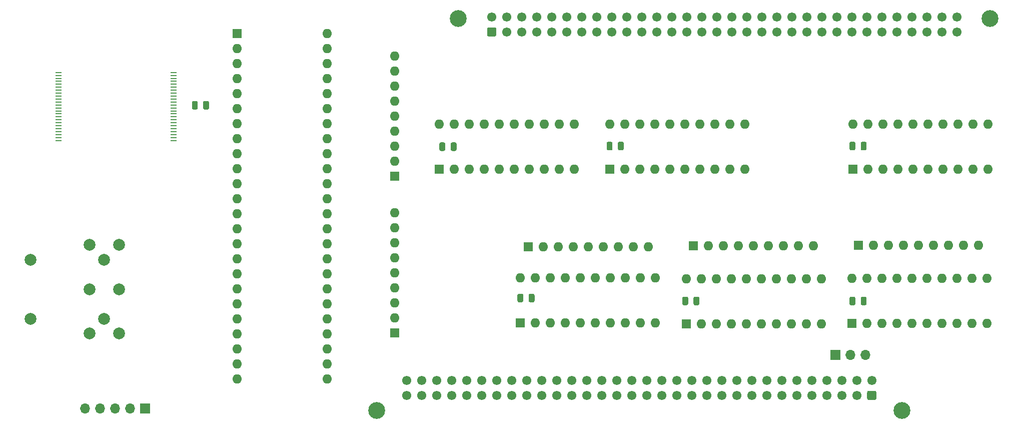
<source format=gbr>
%TF.GenerationSoftware,KiCad,Pcbnew,(5.1.7)-1*%
%TF.CreationDate,2021-09-17T17:18:02+01:00*%
%TF.ProjectId,Apricot-Expansion-RAM,41707269-636f-4742-9d45-7870616e7369,rev?*%
%TF.SameCoordinates,Original*%
%TF.FileFunction,Soldermask,Bot*%
%TF.FilePolarity,Negative*%
%FSLAX46Y46*%
G04 Gerber Fmt 4.6, Leading zero omitted, Abs format (unit mm)*
G04 Created by KiCad (PCBNEW (5.1.7)-1) date 2021-09-17 17:18:02*
%MOMM*%
%LPD*%
G01*
G04 APERTURE LIST*
%ADD10O,1.700000X1.700000*%
%ADD11R,1.700000X1.700000*%
%ADD12O,1.600000X1.600000*%
%ADD13R,1.600000X1.600000*%
%ADD14R,1.100000X0.250000*%
%ADD15C,2.000000*%
%ADD16C,2.850000*%
%ADD17C,1.550000*%
G04 APERTURE END LIST*
D10*
%TO.C,SEL1*%
X209672000Y-106176000D03*
X207132000Y-106176000D03*
D11*
X204592000Y-106176000D03*
%TD*%
%TO.C,C11*%
G36*
G01*
X208842000Y-97550500D02*
X208842000Y-96600500D01*
G75*
G02*
X209092000Y-96350500I250000J0D01*
G01*
X209592000Y-96350500D01*
G75*
G02*
X209842000Y-96600500I0J-250000D01*
G01*
X209842000Y-97550500D01*
G75*
G02*
X209592000Y-97800500I-250000J0D01*
G01*
X209092000Y-97800500D01*
G75*
G02*
X208842000Y-97550500I0J250000D01*
G01*
G37*
G36*
G01*
X206942000Y-97550500D02*
X206942000Y-96600500D01*
G75*
G02*
X207192000Y-96350500I250000J0D01*
G01*
X207692000Y-96350500D01*
G75*
G02*
X207942000Y-96600500I0J-250000D01*
G01*
X207942000Y-97550500D01*
G75*
G02*
X207692000Y-97800500I-250000J0D01*
G01*
X207192000Y-97800500D01*
G75*
G02*
X206942000Y-97550500I0J250000D01*
G01*
G37*
%TD*%
%TO.C,C10*%
G36*
G01*
X180542000Y-97550500D02*
X180542000Y-96600500D01*
G75*
G02*
X180792000Y-96350500I250000J0D01*
G01*
X181292000Y-96350500D01*
G75*
G02*
X181542000Y-96600500I0J-250000D01*
G01*
X181542000Y-97550500D01*
G75*
G02*
X181292000Y-97800500I-250000J0D01*
G01*
X180792000Y-97800500D01*
G75*
G02*
X180542000Y-97550500I0J250000D01*
G01*
G37*
G36*
G01*
X178642000Y-97550500D02*
X178642000Y-96600500D01*
G75*
G02*
X178892000Y-96350500I250000J0D01*
G01*
X179392000Y-96350500D01*
G75*
G02*
X179642000Y-96600500I0J-250000D01*
G01*
X179642000Y-97550500D01*
G75*
G02*
X179392000Y-97800500I-250000J0D01*
G01*
X178892000Y-97800500D01*
G75*
G02*
X178642000Y-97550500I0J250000D01*
G01*
G37*
%TD*%
%TO.C,C9*%
G36*
G01*
X152642000Y-97050500D02*
X152642000Y-96100500D01*
G75*
G02*
X152892000Y-95850500I250000J0D01*
G01*
X153392000Y-95850500D01*
G75*
G02*
X153642000Y-96100500I0J-250000D01*
G01*
X153642000Y-97050500D01*
G75*
G02*
X153392000Y-97300500I-250000J0D01*
G01*
X152892000Y-97300500D01*
G75*
G02*
X152642000Y-97050500I0J250000D01*
G01*
G37*
G36*
G01*
X150742000Y-97050500D02*
X150742000Y-96100500D01*
G75*
G02*
X150992000Y-95850500I250000J0D01*
G01*
X151492000Y-95850500D01*
G75*
G02*
X151742000Y-96100500I0J-250000D01*
G01*
X151742000Y-97050500D01*
G75*
G02*
X151492000Y-97300500I-250000J0D01*
G01*
X150992000Y-97300500D01*
G75*
G02*
X150742000Y-97050500I0J250000D01*
G01*
G37*
%TD*%
%TO.C,C8*%
G36*
G01*
X167742000Y-71350500D02*
X167742000Y-70400500D01*
G75*
G02*
X167992000Y-70150500I250000J0D01*
G01*
X168492000Y-70150500D01*
G75*
G02*
X168742000Y-70400500I0J-250000D01*
G01*
X168742000Y-71350500D01*
G75*
G02*
X168492000Y-71600500I-250000J0D01*
G01*
X167992000Y-71600500D01*
G75*
G02*
X167742000Y-71350500I0J250000D01*
G01*
G37*
G36*
G01*
X165842000Y-71350500D02*
X165842000Y-70400500D01*
G75*
G02*
X166092000Y-70150500I250000J0D01*
G01*
X166592000Y-70150500D01*
G75*
G02*
X166842000Y-70400500I0J-250000D01*
G01*
X166842000Y-71350500D01*
G75*
G02*
X166592000Y-71600500I-250000J0D01*
G01*
X166092000Y-71600500D01*
G75*
G02*
X165842000Y-71350500I0J250000D01*
G01*
G37*
%TD*%
%TO.C,C7*%
G36*
G01*
X139442000Y-71450500D02*
X139442000Y-70500500D01*
G75*
G02*
X139692000Y-70250500I250000J0D01*
G01*
X140192000Y-70250500D01*
G75*
G02*
X140442000Y-70500500I0J-250000D01*
G01*
X140442000Y-71450500D01*
G75*
G02*
X140192000Y-71700500I-250000J0D01*
G01*
X139692000Y-71700500D01*
G75*
G02*
X139442000Y-71450500I0J250000D01*
G01*
G37*
G36*
G01*
X137542000Y-71450500D02*
X137542000Y-70500500D01*
G75*
G02*
X137792000Y-70250500I250000J0D01*
G01*
X138292000Y-70250500D01*
G75*
G02*
X138542000Y-70500500I0J-250000D01*
G01*
X138542000Y-71450500D01*
G75*
G02*
X138292000Y-71700500I-250000J0D01*
G01*
X137792000Y-71700500D01*
G75*
G02*
X137542000Y-71450500I0J250000D01*
G01*
G37*
%TD*%
%TO.C,C2*%
G36*
G01*
X208842000Y-71350500D02*
X208842000Y-70400500D01*
G75*
G02*
X209092000Y-70150500I250000J0D01*
G01*
X209592000Y-70150500D01*
G75*
G02*
X209842000Y-70400500I0J-250000D01*
G01*
X209842000Y-71350500D01*
G75*
G02*
X209592000Y-71600500I-250000J0D01*
G01*
X209092000Y-71600500D01*
G75*
G02*
X208842000Y-71350500I0J250000D01*
G01*
G37*
G36*
G01*
X206942000Y-71350500D02*
X206942000Y-70400500D01*
G75*
G02*
X207192000Y-70150500I250000J0D01*
G01*
X207692000Y-70150500D01*
G75*
G02*
X207942000Y-70400500I0J-250000D01*
G01*
X207942000Y-71350500D01*
G75*
G02*
X207692000Y-71600500I-250000J0D01*
G01*
X207192000Y-71600500D01*
G75*
G02*
X206942000Y-71350500I0J250000D01*
G01*
G37*
%TD*%
%TO.C,C1*%
G36*
G01*
X97542000Y-64450500D02*
X97542000Y-63500500D01*
G75*
G02*
X97792000Y-63250500I250000J0D01*
G01*
X98292000Y-63250500D01*
G75*
G02*
X98542000Y-63500500I0J-250000D01*
G01*
X98542000Y-64450500D01*
G75*
G02*
X98292000Y-64700500I-250000J0D01*
G01*
X97792000Y-64700500D01*
G75*
G02*
X97542000Y-64450500I0J250000D01*
G01*
G37*
G36*
G01*
X95642000Y-64450500D02*
X95642000Y-63500500D01*
G75*
G02*
X95892000Y-63250500I250000J0D01*
G01*
X96392000Y-63250500D01*
G75*
G02*
X96642000Y-63500500I0J-250000D01*
G01*
X96642000Y-64450500D01*
G75*
G02*
X96392000Y-64700500I-250000J0D01*
G01*
X95892000Y-64700500D01*
G75*
G02*
X95642000Y-64450500I0J250000D01*
G01*
G37*
%TD*%
D12*
%TO.C,SRAM-Socket1*%
X118532000Y-51875500D03*
X103292000Y-110295500D03*
X118532000Y-54415500D03*
X103292000Y-107755500D03*
X118532000Y-56955500D03*
X103292000Y-105215500D03*
X118532000Y-59495500D03*
X103292000Y-102675500D03*
X118532000Y-62035500D03*
X103292000Y-100135500D03*
X118532000Y-64575500D03*
X103292000Y-97595500D03*
X118532000Y-67115500D03*
X103292000Y-95055500D03*
X118532000Y-69655500D03*
X103292000Y-92515500D03*
X118532000Y-72195500D03*
X103292000Y-89975500D03*
X118532000Y-74735500D03*
X103292000Y-87435500D03*
X118532000Y-77275500D03*
X103292000Y-84895500D03*
X118532000Y-79815500D03*
X103292000Y-82355500D03*
X118532000Y-82355500D03*
X103292000Y-79815500D03*
X118532000Y-84895500D03*
X103292000Y-77275500D03*
X118532000Y-87435500D03*
X103292000Y-74735500D03*
X118532000Y-89975500D03*
X103292000Y-72195500D03*
X118532000Y-92515500D03*
X103292000Y-69655500D03*
X118532000Y-95055500D03*
X103292000Y-67115500D03*
X118532000Y-97595500D03*
X103292000Y-64575500D03*
X118532000Y-100135500D03*
X103292000Y-62035500D03*
X118532000Y-102675500D03*
X103292000Y-59495500D03*
X118532000Y-105215500D03*
X103292000Y-56955500D03*
X118532000Y-107755500D03*
X103292000Y-54415500D03*
X118532000Y-110295500D03*
D13*
X103292000Y-51875500D03*
%TD*%
D14*
%TO.C,SRAM1*%
X73042000Y-58425500D03*
X73042000Y-58925500D03*
X73042000Y-59425500D03*
X73042000Y-59925500D03*
X73042000Y-60425500D03*
X73042000Y-60925500D03*
X73042000Y-61425500D03*
X73042000Y-61925500D03*
X73042000Y-62425500D03*
X73042000Y-62925500D03*
X73042000Y-63425500D03*
X73042000Y-63925500D03*
X73042000Y-64425500D03*
X73042000Y-64925500D03*
X73042000Y-65425500D03*
X73042000Y-65925500D03*
X73042000Y-66425500D03*
X73042000Y-66925500D03*
X73042000Y-67425500D03*
X73042000Y-67925500D03*
X73042000Y-68425500D03*
X73042000Y-68925500D03*
X73042000Y-69425500D03*
X92542000Y-69925500D03*
X92542000Y-69425500D03*
X92542000Y-68925500D03*
X92542000Y-68425500D03*
X92542000Y-67925500D03*
X92542000Y-67425500D03*
X92542000Y-66925500D03*
X92542000Y-66425500D03*
X92542000Y-65925500D03*
X92542000Y-65425500D03*
X92542000Y-64925500D03*
X92542000Y-64425500D03*
X92542000Y-63925500D03*
X92542000Y-63425500D03*
X92542000Y-62925500D03*
X92542000Y-62425500D03*
X92542000Y-61925500D03*
X92542000Y-61425500D03*
X92542000Y-60925500D03*
X92542000Y-60425500D03*
X92542000Y-59925500D03*
X92542000Y-59425500D03*
X92542000Y-58925500D03*
X73042000Y-69925500D03*
X92542000Y-58425500D03*
%TD*%
D12*
%TO.C,SBDT2*%
X166392000Y-67155500D03*
X189252000Y-74775500D03*
X168932000Y-67155500D03*
X186712000Y-74775500D03*
X171472000Y-67155500D03*
X184172000Y-74775500D03*
X174012000Y-67155500D03*
X181632000Y-74775500D03*
X176552000Y-67155500D03*
X179092000Y-74775500D03*
X179092000Y-67155500D03*
X176552000Y-74775500D03*
X181632000Y-67155500D03*
X174012000Y-74775500D03*
X184172000Y-67155500D03*
X171472000Y-74775500D03*
X186712000Y-67155500D03*
X168932000Y-74775500D03*
X189252000Y-67155500D03*
D13*
X166392000Y-74775500D03*
%TD*%
D12*
%TO.C,SBDT1*%
X137492000Y-67155500D03*
X160352000Y-74775500D03*
X140032000Y-67155500D03*
X157812000Y-74775500D03*
X142572000Y-67155500D03*
X155272000Y-74775500D03*
X145112000Y-67155500D03*
X152732000Y-74775500D03*
X147652000Y-67155500D03*
X150192000Y-74775500D03*
X150192000Y-67155500D03*
X147652000Y-74775500D03*
X152732000Y-67155500D03*
X145112000Y-74775500D03*
X155272000Y-67155500D03*
X142572000Y-74775500D03*
X157812000Y-67155500D03*
X140032000Y-74775500D03*
X160352000Y-67155500D03*
D13*
X137492000Y-74775500D03*
%TD*%
D12*
%TO.C,RAM-Decoder1*%
X207492000Y-67155500D03*
X230352000Y-74775500D03*
X210032000Y-67155500D03*
X227812000Y-74775500D03*
X212572000Y-67155500D03*
X225272000Y-74775500D03*
X215112000Y-67155500D03*
X222732000Y-74775500D03*
X217652000Y-67155500D03*
X220192000Y-74775500D03*
X220192000Y-67155500D03*
X217652000Y-74775500D03*
X222732000Y-67155500D03*
X215112000Y-74775500D03*
X225272000Y-67155500D03*
X212572000Y-74775500D03*
X227812000Y-67155500D03*
X210032000Y-74775500D03*
X230352000Y-67155500D03*
D13*
X207492000Y-74775500D03*
%TD*%
D12*
%TO.C,DP2*%
X129992000Y-82156000D03*
X129992000Y-84696000D03*
X129992000Y-87236000D03*
X129992000Y-89776000D03*
X129992000Y-92316000D03*
X129992000Y-94856000D03*
X129992000Y-97396000D03*
X129992000Y-99936000D03*
D13*
X129992000Y-102476000D03*
%TD*%
D12*
%TO.C,DP1*%
X129992000Y-55655500D03*
X129992000Y-58195500D03*
X129992000Y-60735500D03*
X129992000Y-63275500D03*
X129992000Y-65815500D03*
X129992000Y-68355500D03*
X129992000Y-70895500D03*
X129992000Y-73435500D03*
D13*
X129992000Y-75975500D03*
%TD*%
D12*
%TO.C,AP3*%
X228812000Y-87675500D03*
X226272000Y-87675500D03*
X223732000Y-87675500D03*
X221192000Y-87675500D03*
X218652000Y-87675500D03*
X216112000Y-87675500D03*
X213572000Y-87675500D03*
X211032000Y-87675500D03*
D13*
X208492000Y-87675500D03*
%TD*%
D12*
%TO.C,AP2*%
X200812000Y-87775500D03*
X198272000Y-87775500D03*
X195732000Y-87775500D03*
X193192000Y-87775500D03*
X190652000Y-87775500D03*
X188112000Y-87775500D03*
X185572000Y-87775500D03*
X183032000Y-87775500D03*
D13*
X180492000Y-87775500D03*
%TD*%
D12*
%TO.C,AP1*%
X172912000Y-87875500D03*
X170372000Y-87875500D03*
X167832000Y-87875500D03*
X165292000Y-87875500D03*
X162752000Y-87875500D03*
X160212000Y-87875500D03*
X157672000Y-87875500D03*
X155132000Y-87875500D03*
D13*
X152592000Y-87875500D03*
%TD*%
D12*
%TO.C,ALATCH3*%
X207392000Y-93256000D03*
X230252000Y-100876000D03*
X209932000Y-93256000D03*
X227712000Y-100876000D03*
X212472000Y-93256000D03*
X225172000Y-100876000D03*
X215012000Y-93256000D03*
X222632000Y-100876000D03*
X217552000Y-93256000D03*
X220092000Y-100876000D03*
X220092000Y-93256000D03*
X217552000Y-100876000D03*
X222632000Y-93256000D03*
X215012000Y-100876000D03*
X225172000Y-93256000D03*
X212472000Y-100876000D03*
X227712000Y-93256000D03*
X209932000Y-100876000D03*
X230252000Y-93256000D03*
D13*
X207392000Y-100876000D03*
%TD*%
D12*
%TO.C,ALATCH2*%
X179292000Y-93356000D03*
X202152000Y-100976000D03*
X181832000Y-93356000D03*
X199612000Y-100976000D03*
X184372000Y-93356000D03*
X197072000Y-100976000D03*
X186912000Y-93356000D03*
X194532000Y-100976000D03*
X189452000Y-93356000D03*
X191992000Y-100976000D03*
X191992000Y-93356000D03*
X189452000Y-100976000D03*
X194532000Y-93356000D03*
X186912000Y-100976000D03*
X197072000Y-93356000D03*
X184372000Y-100976000D03*
X199612000Y-93356000D03*
X181832000Y-100976000D03*
X202152000Y-93356000D03*
D13*
X179292000Y-100976000D03*
%TD*%
D12*
%TO.C,ALATCH1*%
X151192000Y-93156000D03*
X174052000Y-100776000D03*
X153732000Y-93156000D03*
X171512000Y-100776000D03*
X156272000Y-93156000D03*
X168972000Y-100776000D03*
X158812000Y-93156000D03*
X166432000Y-100776000D03*
X161352000Y-93156000D03*
X163892000Y-100776000D03*
X163892000Y-93156000D03*
X161352000Y-100776000D03*
X166432000Y-93156000D03*
X158812000Y-100776000D03*
X168972000Y-93156000D03*
X156272000Y-100776000D03*
X171512000Y-93156000D03*
X153732000Y-100776000D03*
X174052000Y-93156000D03*
D13*
X151192000Y-100776000D03*
%TD*%
D15*
%TO.C,JV-2*%
X83292000Y-95075500D03*
X78292000Y-95075500D03*
X83292000Y-87575500D03*
X78292000Y-87575500D03*
X83292000Y-102575500D03*
X78292000Y-102575500D03*
X80792000Y-100075500D03*
X80792000Y-90075500D03*
X68292000Y-90075500D03*
X68292000Y-100075500D03*
%TD*%
D10*
%TO.C,JV-1*%
X77532000Y-115276000D03*
X80072000Y-115276000D03*
X82612000Y-115276000D03*
X85152000Y-115276000D03*
D11*
X87692000Y-115276000D03*
%TD*%
D16*
%TO.C,CONN2*%
X230762000Y-49335500D03*
X140762000Y-49335500D03*
D17*
X225132000Y-49035500D03*
X222592000Y-49035500D03*
X220052000Y-49035500D03*
X217512000Y-49035500D03*
X214972000Y-49035500D03*
X212432000Y-49035500D03*
X209892000Y-49035500D03*
X207352000Y-49035500D03*
X204812000Y-49035500D03*
X202272000Y-49035500D03*
X199732000Y-49035500D03*
X197192000Y-49035500D03*
X194652000Y-49035500D03*
X192112000Y-49035500D03*
X189572000Y-49035500D03*
X187032000Y-49035500D03*
X184492000Y-49035500D03*
X181952000Y-49035500D03*
X179412000Y-49035500D03*
X176872000Y-49035500D03*
X174332000Y-49035500D03*
X171792000Y-49035500D03*
X169252000Y-49035500D03*
X166712000Y-49035500D03*
X164172000Y-49035500D03*
X161632000Y-49035500D03*
X159092000Y-49035500D03*
X156552000Y-49035500D03*
X154012000Y-49035500D03*
X151472000Y-49035500D03*
X148932000Y-49035500D03*
X146392000Y-49035500D03*
X225132000Y-51575500D03*
X222592000Y-51575500D03*
X220052000Y-51575500D03*
X217512000Y-51575500D03*
X214972000Y-51575500D03*
X212432000Y-51575500D03*
X209892000Y-51575500D03*
X207352000Y-51575500D03*
X204812000Y-51575500D03*
X202272000Y-51575500D03*
X199732000Y-51575500D03*
X197192000Y-51575500D03*
X194652000Y-51575500D03*
X192112000Y-51575500D03*
X189572000Y-51575500D03*
X187032000Y-51575500D03*
X184492000Y-51575500D03*
X181952000Y-51575500D03*
X179412000Y-51575500D03*
X176872000Y-51575500D03*
X174332000Y-51575500D03*
X171792000Y-51575500D03*
X169252000Y-51575500D03*
X166712000Y-51575500D03*
X164172000Y-51575500D03*
X161632000Y-51575500D03*
X159092000Y-51575500D03*
X156552000Y-51575500D03*
X154012000Y-51575500D03*
X151472000Y-51575500D03*
X148932000Y-51575500D03*
G36*
G01*
X146917001Y-52350500D02*
X145866999Y-52350500D01*
G75*
G02*
X145617000Y-52100501I0J249999D01*
G01*
X145617000Y-51050499D01*
G75*
G02*
X145866999Y-50800500I249999J0D01*
G01*
X146917001Y-50800500D01*
G75*
G02*
X147167000Y-51050499I0J-249999D01*
G01*
X147167000Y-52100501D01*
G75*
G02*
X146917001Y-52350500I-249999J0D01*
G01*
G37*
%TD*%
%TO.C,CONN1*%
X131972000Y-110496000D03*
X134512000Y-110496000D03*
X137052000Y-110496000D03*
X139592000Y-110496000D03*
X142132000Y-110496000D03*
X144672000Y-110496000D03*
X147212000Y-110496000D03*
X149752000Y-110496000D03*
X152292000Y-110496000D03*
X154832000Y-110496000D03*
X157372000Y-110496000D03*
X159912000Y-110496000D03*
X162452000Y-110496000D03*
X164992000Y-110496000D03*
X167532000Y-110496000D03*
X170072000Y-110496000D03*
X172612000Y-110496000D03*
X175152000Y-110496000D03*
X177692000Y-110496000D03*
X180232000Y-110496000D03*
X182772000Y-110496000D03*
X185312000Y-110496000D03*
X187852000Y-110496000D03*
X190392000Y-110496000D03*
X192932000Y-110496000D03*
X195472000Y-110496000D03*
X198012000Y-110496000D03*
X200552000Y-110496000D03*
X203092000Y-110496000D03*
X205632000Y-110496000D03*
X208172000Y-110496000D03*
X210712000Y-110496000D03*
X131972000Y-113036000D03*
X134512000Y-113036000D03*
X137052000Y-113036000D03*
X139592000Y-113036000D03*
X142132000Y-113036000D03*
X144672000Y-113036000D03*
X147212000Y-113036000D03*
X149752000Y-113036000D03*
X152292000Y-113036000D03*
X154832000Y-113036000D03*
X157372000Y-113036000D03*
X159912000Y-113036000D03*
X162452000Y-113036000D03*
X164992000Y-113036000D03*
X167532000Y-113036000D03*
X170072000Y-113036000D03*
X172612000Y-113036000D03*
X175152000Y-113036000D03*
X177692000Y-113036000D03*
X180232000Y-113036000D03*
X182772000Y-113036000D03*
X185312000Y-113036000D03*
X187852000Y-113036000D03*
X190392000Y-113036000D03*
X192932000Y-113036000D03*
X195472000Y-113036000D03*
X198012000Y-113036000D03*
X200552000Y-113036000D03*
X203092000Y-113036000D03*
X205632000Y-113036000D03*
X208172000Y-113036000D03*
G36*
G01*
X211487000Y-112510999D02*
X211487000Y-113561001D01*
G75*
G02*
X211237001Y-113811000I-249999J0D01*
G01*
X210186999Y-113811000D01*
G75*
G02*
X209937000Y-113561001I0J249999D01*
G01*
X209937000Y-112510999D01*
G75*
G02*
X210186999Y-112261000I249999J0D01*
G01*
X211237001Y-112261000D01*
G75*
G02*
X211487000Y-112510999I0J-249999D01*
G01*
G37*
D16*
X126892000Y-115576000D03*
X215792000Y-115576000D03*
%TD*%
M02*

</source>
